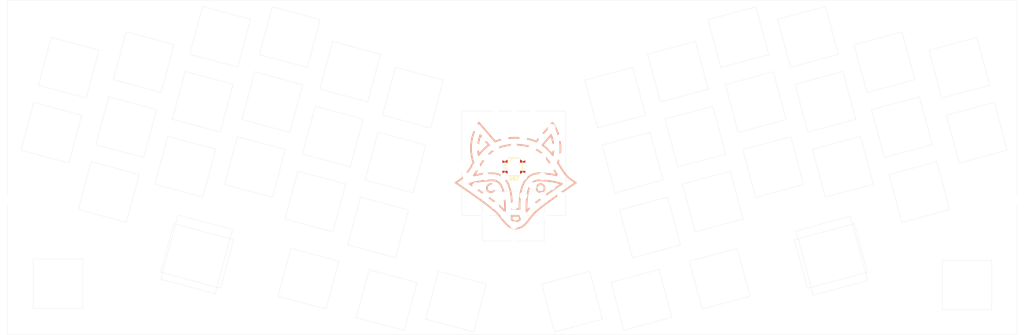
<source format=kicad_pcb>
(kicad_pcb (version 20211014) (generator pcbnew)
  (layers (0 "F.Cu" signal) (31 "B.Cu" signal) (34 "B.Paste" user) (35 "F.Paste" user) (36 "B.SilkS" user "B.Silkscreen") (37 "F.SilkS" user "F.Silkscreen") (38 "B.Mask" user) (39 "F.Mask" user) (44 "Edge.Cuts" user))
  (net 0 "")
  (footprint "_reviung-kbd:HOLE_2.2mm" (layer "F.Cu") (at 148.32 63.5)
    (fp_text reference "Ref**")
    (fp_text value "Val**")
    (pad "" np_thru_hole circle locked (at 0 0) (size 2.2 2.2) (drill 2.2) (layers *.Cu *.Mask))
  )
  (footprint "_reviung-kbd:HOLE_2.2mm" (layer "F.Cu") (at 143 63.5)
    (fp_text reference "Ref**")
    (fp_text value "Val**")
    (pad "" np_thru_hole circle locked (at 0 0) (size 2.2 2.2) (drill 2.2) (layers *.Cu *.Mask))
  )
  (footprint "_reviung-kbd:HOLE_2.2mm" (layer "F.Cu") (at 127.05 74.5)
    (fp_text reference "Ref**")
    (fp_text value "Val**")
    (pad "" np_thru_hole circle locked (at 0 0) (size 2.2 2.2) (drill 2.2) (layers *.Cu *.Mask))
  )
  (footprint "_reviung-kbd:HOLE_2.2mm" (layer "F.Cu") (at 140.36 82.75)
    (fp_text reference "Ref**")
    (fp_text value "Val**")
    (pad "" np_thru_hole circle locked (at 0 0) (size 2.2 2.2) (drill 2.2) (layers *.Cu *.Mask))
  )
  (footprint "MountingHole:MountingHole_2.5mm" (layer "F.Cu") (at 19.846634 49.804179)
    (fp_text reference "" (at 0 -3.5) (layer "F.SilkS"))
    (fp_text value "")
    (pad "" np_thru_hole circle locked (at 0 0) (size 2.5 2.5) (drill 2.5) (layers *.Cu *.Mask))
  )
  (footprint "_reviung-kbd:HOLE_2.2mm" (layer "F.Cu") (at 137.69 74.5)
    (fp_text reference "Ref**")
    (fp_text value "Val**")
    (pad "" np_thru_hole circle locked (at 0 0) (size 2.2 2.2) (drill 2.2) (layers *.Cu *.Mask))
  )
  (footprint "_reviung-kbd:HOLE_2.2mm" (layer "F.Cu") (at 143 69)
    (fp_text reference "Ref**")
    (fp_text value "Val**")
    (pad "" np_thru_hole circle locked (at 0 0) (size 2.2 2.2) (drill 2.2) (layers *.Cu *.Mask))
  )
  (footprint "_reviung-kbd:HOLE_2.2mm" (layer "F.Cu") (at 132.37 80)
    (fp_text reference "Ref**")
    (fp_text value "Val**")
    (pad "" np_thru_hole circle locked (at 0 0) (size 2.2 2.2) (drill 2.2) (layers *.Cu *.Mask))
  )
  (footprint "_reviung-kbd:HOLE_2.2mm" (layer "F.Cu") (at 143.01 80.01)
    (fp_text reference "Ref**")
    (fp_text value "Val**")
    (pad "" np_thru_hole circle locked (at 0 0) (size 2.2 2.2) (drill 2.2) (layers *.Cu *.Mask))
  )
  (footprint "_reviung-kbd:HOLE_2.2mm" (layer "F.Cu") (at 145.68 77.25)
    (fp_text reference "Ref**")
    (fp_text value "Val**")
    (pad "" np_thru_hole circle locked (at 0 0) (size 2.2 2.2) (drill 2.2) (layers *.Cu *.Mask))
  )
  (footprint "_reviung-kbd:HOLE_2.2mm" (layer "F.Cu") (at 124.37 71.75)
    (fp_text reference "Ref**")
    (fp_text value "Val**")
    (pad "" np_thru_hole circle locked (at 0 0) (size 2.2 2.2) (drill 2.2) (layers *.Cu *.Mask))
  )
  (footprint "_reviung-kbd:HOLE_2.2mm" (layer "F.Cu") (at 127.05 58)
    (fp_text reference "Ref**")
    (fp_text value "Val**")
    (pad "" np_thru_hole circle locked (at 0 0) (size 2.2 2.2) (drill 2.2) (layers *.Cu *.Mask))
  )
  (footprint "_reviung-kbd:HOLE_2.2mm" (layer "F.Cu") (at 135.01 71.75)
    (fp_text reference "Ref**")
    (fp_text value "Val**")
    (pad "" np_thru_hole circle locked (at 0 0) (size 2.2 2.2) (drill 2.2) (layers *.Cu *.Mask))
  )
  (footprint "_reviung-kbd:HOLE_2.2mm" (layer "F.Cu") (at 148.33 74.5)
    (fp_text reference "Ref**")
    (fp_text value "Val**")
    (pad "" np_thru_hole circle locked (at 0 0) (size 2.2 2.2) (drill 2.2) (layers *.Cu *.Mask))
  )
  (footprint "_reviung-kbd:HOLE_2.2mm" (layer "F.Cu") (at 150.99 77.24)
    (fp_text reference "Ref**")
    (fp_text value "Val**")
    (pad "" np_thru_hole circle locked (at 0 0) (size 2.2 2.2) (drill 2.2) (layers *.Cu *.Mask))
  )
  (footprint "_reviung-kbd:HOLE_2.2mm" (layer "F.Cu") (at 124.37 60.74)
    (fp_text reference "Ref**")
    (fp_text value "Val**")
    (pad "" np_thru_hole circle locked (at 0 0) (size 2.2 2.2) (drill 2.2) (layers *.Cu *.Mask))
  )
  (footprint "_reviung-kbd:HOLE_2.2mm" (layer "F.Cu") (at 135.02 66.24)
    (fp_text reference "Ref**")
    (fp_text value "Val**")
    (pad "" np_thru_hole circle locked (at 0 0) (size 2.2 2.2) (drill 2.2) (layers *.Cu *.Mask))
  )
  (footprint "_reviung-kbd:HOLE_2.2mm" (layer "F.Cu") (at 150.99 66.24)
    (fp_text reference "Ref**")
    (fp_text value "Val**")
    (pad "" np_thru_hole circle locked (at 0 0) (size 2.2 2.2) (drill 2.2) (layers *.Cu *.Mask))
  )
  (footprint "_reviung-kbd:HOLE_2.2mm" (layer "F.Cu") (at 148.33 80)
    (fp_text reference "Ref**")
    (fp_text value "Val**")
    (pad "" np_thru_hole circle locked (at 0 0) (size 2.2 2.2) (drill 2.2) (layers *.Cu *.Mask))
  )
  (footprint "_reviung-kbd:HOLE_2.2mm" (layer "F.Cu") (at 132.37 63.5)
    (fp_text reference "Ref**")
    (fp_text value "Val**")
    (pad "" np_thru_hole circle locked (at 0 0) (size 2.2 2.2) (drill 2.2) (layers *.Cu *.Mask))
  )
  (footprint "_reviung-kbd:HOLE_2.2mm" (layer "F.Cu") (at 124.37 77.25)
    (fp_text reference "Ref**")
    (fp_text value "Val**")
    (pad "" np_thru_hole circle locked (at 0 0) (size 2.2 2.2) (drill 2.2) (layers *.Cu *.Mask))
  )
  (footprint "_reviung-kbd:HOLE_2.2mm" (layer "F.Cu") (at 132.37 52.5)
    (fp_text reference "Ref**")
    (fp_text value "Val**")
    (pad "" np_thru_hole circle locked (at 0 0) (size 2.2 2.2) (drill 2.2) (layers *.Cu *.Mask))
  )
  (footprint "_reviung-kbd:HOLE_2.2mm" (layer "F.Cu") (at 135.01 88.25)
    (fp_text reference "Ref**")
    (fp_text value "Val**")
    (pad "" np_thru_hole circle locked (at 0 0) (size 2.2 2.2) (drill 2.2) (layers *.Cu *.Mask))
  )
  (footprint "MountingHole:MountingHole_2.5mm" (layer "F.Cu") (at -4.353362 78.40418)
    (fp_text reference "" (at 0 -3.5) (layer "F.SilkS"))
    (fp_text value "")
    (pad "" np_thru_hole oval locked (at 0 0) (size 6 2.5) (drill oval 6 2.5) (layers F&B.Cu *.Mask))
  )
  (footprint "MountingHole:MountingHole_2.5mm" (layer "F.Cu") (at 122.846634 68.904181)
    (fp_text reference "" (at 0 -3.5) (layer "F.SilkS"))
    (fp_text value "")
    (pad "" np_thru_hole oval locked (at 0 0) (size 4 2.5) (drill oval 4 2.5) (layers F&B.Cu *.Mask))
  )
  (footprint "_reviung-kbd:HOLE_2.2mm" (layer "F.Cu") (at 145.68 82.75)
    (fp_text reference "Ref**")
    (fp_text value "Val**")
    (pad "" np_thru_hole circle locked (at 0 0) (size 2.2 2.2) (drill 2.2) (layers *.Cu *.Mask))
  )
  (footprint "_reviung-kbd:HOLE_2.2mm" (layer "F.Cu") (at 143.01 52.5)
    (fp_text reference "Ref**")
    (fp_text value "Val**")
    (pad "" np_thru_hole circle locked (at 0 0) (size 2.2 2.2) (drill 2.2) (layers *.Cu *.Mask))
  )
  (footprint "_reviung-kbd:HOLE_2.2mm" (layer "F.Cu") (at 132.37 85.5)
    (fp_text reference "Ref**")
    (fp_text value "Val**")
    (pad "" np_thru_hole circle locked (at 0 0) (size 2.2 2.2) (drill 2.2) (layers *.Cu *.Mask))
  )
  (footprint "MountingHole:MountingHole_2.5mm" (layer "F.Cu") (at 278.646636 78.404178)
    (fp_text reference "" (at 0 -3.5) (layer "F.SilkS"))
    (fp_text value "")
    (pad "" np_thru_hole oval locked (at 0 0) (size 6 2.5) (drill oval 6 2.5) (layers F&B.Cu *.Mask))
  )
  (footprint "_reviung-kbd:HOLE_2.2mm" (layer "F.Cu") (at 140.35 71.74)
    (fp_text reference "Ref**")
    (fp_text value "Val**")
    (pad "" np_thru_hole circle locked (at 0 0) (size 2.2 2.2) (drill 2.2) (layers *.Cu *.Mask))
  )
  (footprint "_reviung-kbd:HOLE_2.2mm" (layer "F.Cu") (at 137.68 85.51)
    (fp_text reference "Ref**")
    (fp_text value "Val**")
    (pad "" np_thru_hole circle locked (at 0 0) (size 2.2 2.2) (drill 2.2) (layers *.Cu *.Mask))
  )
  (footprint "_reviung-kbd:HOLE_2.2mm" (layer "F.Cu") (at 129.67 77.25)
    (fp_text reference "Ref**")
    (fp_text value "Val**")
    (pad "" np_thru_hole circle locked (at 0 0) (size 2.2 2.2) (drill 2.2) (layers *.Cu *.Mask))
  )
  (footprint "_reviung-kbd:HOLE_2.2mm" (layer "F.Cu") (at 148.32 69)
    (fp_text reference "Ref**")
    (fp_text value "Val**")
    (pad "" np_thru_hole circle locked (at 0 0) (size 2.2 2.2) (drill 2.2) (layers *.Cu *.Mask))
  )
  (footprint "_reviung-kbd:HOLE_2.2mm" (layer "F.Cu") (at 137.68 63.5)
    (fp_text reference "Ref**")
    (fp_text value "Val**")
    (pad "" np_thru_hole circle locked (at 0 0) (size 2.2 2.2) (drill 2.2) (layers *.Cu *.Mask))
  )
  (footprint "_reviung-kbd:HOLE_2.2mm" (layer "F.Cu") (at 150.99 60.74)
    (fp_text reference "Ref**")
    (fp_text value "Val**")
    (pad "" np_thru_hole circle locked (at 0 0) (size 2.2 2.2) (drill 2.2) (layers *.Cu *.Mask))
  )
  (footprint "_reviung-kbd:HOLE_2.2mm" (layer "F.Cu") (at 135.01 77.25)
    (fp_text reference "Ref**")
    (fp_text value "Val**")
    (pad "" np_thru_hole circle locked (at 0 0) (size 2.2 2.2) (drill 2.2) (layers *.Cu *.Mask))
  )
  (footprint "_reviung-kbd:HOLE_2.2mm" (layer "F.Cu") (at 129.69 60.74)
    (fp_text reference "Ref**")
    (fp_text value "Val**")
    (pad "" np_thru_hole circle locked (at 0 0) (size 2.2 2.2) (drill 2.2) (layers *.Cu *.Mask))
  )
  (footprint "_reviung-kbd:HOLE_2.2mm" (layer "F.Cu") (at 137.68 46.99)
    (fp_text reference "Ref**")
    (fp_text value "Val**")
    (pad "" np_thru_hole circle locked (at 0 0) (size 2.2 2.2) (drill 2.2) (layers *.Cu *.Mask))
  )
  (footprint "_reviung-kbd:HOLE_2.2mm" (layer "F.Cu") (at 145.67 60.74)
    (fp_text reference "Ref**")
    (fp_text value "Val**")
    (pad "" np_thru_hole circle locked (at 0 0) (size 2.2 2.2) (drill 2.2) (layers *.Cu *.Mask))
  )
  (footprint "_reviung-kbd:HOLE_2.2mm" (layer "F.Cu") (at 127.05 63.5)
    (fp_text reference "Ref**")
    (fp_text value "Val**")
    (pad "" np_thru_hole circle locked (at 0 0) (size 2.2 2.2) (drill 2.2) (layers *.Cu *.Mask))
  )
  (footprint "_reviung-kbd:HOLE_2.2mm" (layer "F.Cu") (at 150.99 71.74)
    (fp_text reference "Ref**")
    (fp_text value "Val**")
    (pad "" np_thru_hole circle locked (at 0 0) (size 2.2 2.2) (drill 2.2) (layers *.Cu *.Mask))
  )
  (footprint "_reviung-kbd:HOLE_2.2mm" (layer "F.Cu") (at 135.01 82.75)
    (fp_text reference "Ref**")
    (fp_text value "Val**")
    (pad "" np_thru_hole circle locked (at 0 0) (size 2.2 2.2) (drill 2.2) (layers *.Cu *.Mask))
  )
  (footprint "_reviung-kbd:HOLE_2.2mm" (layer "F.Cu") (at 127.05 80)
    (fp_text reference "Ref**")
    (fp_text value "Val**")
    (pad "" np_thru_hole circle locked (at 0 0) (size 2.2 2.2) (drill 2.2) (layers *.Cu *.Mask))
  )
  (footprint "_reviung-kbd:HOLE_2.2mm" (layer "F.Cu") (at 137.69 58)
    (fp_text reference "Ref**")
    (fp_text value "Val**")
    (pad "" np_thru_hole circle locked (at 0 0) (size 2.2 2.2) (drill 2.2) (layers *.Cu *.Mask))
  )
  (footprint "_reviung-kbd:HOLE_2.2mm" (layer "F.Cu") (at 135.01 49.74)
    (fp_text reference "Ref**")
    (fp_text value "Val**")
    (pad "" np_thru_hole circle locked (at 0 0) (size 2.2 2.2) (drill 2.2) (layers *.Cu *.Mask))
  )
  (footprint "_reviung-kbd:HOLE_2.2mm" (layer "F.Cu") (at 135.01 55.24)
    (fp_text reference "Ref**")
    (fp_text value "Val**")
    (pad "" np_thru_hole circle locked (at 0 0) (size 2.2 2.2) (drill 2.2) (layers *.Cu *.Mask))
  )
  (footprint "_reviung-kbd:HOLE_2.2mm" (layer "F.Cu") (at 132.37 58)
    (fp_text reference "Ref**")
    (fp_text value "Val**")
    (pad "" np_thru_hole circle locked (at 0 0) (size 2.2 2.2) (drill 2.2) (layers *.Cu *.Mask))
  )
  (footprint "_reviung-kbd:HOLE_2.2mm" (layer "F.Cu") (at 145.67 55.24)
    (fp_text reference "Ref**")
    (fp_text value "Val**")
    (pad "" np_thru_hole circle locked (at 0 0) (size 2.2 2.2) (drill 2.2) (layers *.Cu *.Mask))
  )
  (footprint "Keebio-Parts:WS2812B" (layer "F.Cu") (at 137.646634 69.004181 180)
    (fp_text reference "D57" (at -0.06 -3.41) (layer "F.SilkS") (effects (font (thickness 0.2))))
    (fp_text value "WS2812B" hide)
    (pad "1" smd rect locked (at -2.49936 -1.6002 270) (size 0.89916 1.50114) (layers "F.Cu" "F.Paste" "F.Mask"))
    (pad "2" smd rect locked (at -2.49936 1.6002 270) (size 0.89916 1.50114) (layers "F.Cu" "F.Paste" "F.Mask"))
    (pad "3" smd rect locked (at 2.49936 1.6002 270) (size 0.89916 1.50114) (layers "F.Cu" "F.Paste" "F.Mask"))
    (pad "4" smd rect locked (at 2.49936 -1.6002 270) (size 0.89916 1.50114) (layers "F.Cu" "F.Paste" "F.Mask"))
  )
  (footprint "_reviung-kbd:HOLE_2.2mm" (layer "F.Cu") (at 129.67 82.75)
    (fp_text reference "Ref**")
    (fp_text value "Val**")
    (pad "" np_thru_hole circle locked (at 0 0) (size 2.2 2.2) (drill 2.2) (layers *.Cu *.Mask))
  )
  (footprint "_reviung-kbd:HOLE_2.2mm" (layer "F.Cu") (at 129.7 66.24)
    (fp_text reference "Ref**")
    (fp_text value "Val**")
    (pad "" np_thru_hole circle locked (at 0 0) (size 2.2 2.2) (drill 2.2) (layers *.Cu *.Mask))
  )
  (footprint "_reviung-kbd:HOLE_2.2mm" (layer "F.Cu") (at 140.35 60.74)
    (fp_text reference "Ref**")
    (fp_text value "Val**")
    (pad "" np_thru_hole circle locked (at 0 0) (size 2.2 2.2) (drill 2.2) (layers *.Cu *.Mask))
  )
  (footprint "_reviung-kbd:HOLE_2.2mm" (layer "F.Cu") (at 143.01 85.51)
    (fp_text reference "Ref**")
    (fp_text value "Val**")
    (pad "" np_thru_hole circle locked (at 0 0) (size 2.2 2.2) (drill 2.2) (layers *.Cu *.Mask))
  )
  (footprint "_reviung-kbd:HOLE_2.2mm" (layer "F.Cu") (at 143 58)
    (fp_text reference "Ref**")
    (fp_text value "Val**")
    (pad "" np_thru_hole circle locked (at 0 0) (size 2.2 2.2) (drill 2.2) (layers *.Cu *.Mask))
  )
  (footprint "_reviung-kbd:HOLE_2.2mm" (layer "F.Cu") (at 127.05 69)
    (fp_text reference "Ref**")
    (fp_text value "Val**")
    (pad "" np_thru_hole circle locked (at 0 0) (size 2.2 2.2) (drill 2.2) (layers *.Cu *.Mask))
  )
  (footprint "_reviung-kbd:HOLE_2.2mm" (layer "F.Cu") (at 137.69 52.5)
    (fp_text reference "Ref**")
    (fp_text value "Val**")
    (pad "" np_thru_hole circle locked (at 0 0) (size 2.2 2.2) (drill 2.2) (layers *.Cu *.Mask))
  )
  (footprint "_reviung-kbd:HOLE_2.2mm" (layer "F.Cu") (at 124.38 66.24)
    (fp_text reference "Ref**")
    (fp_text value "Val**")
    (pad "" np_thru_hole circle locked (at 0 0) (size 2.2 2.2) (drill 2.2) (layers *.Cu *.Mask))
  )
  (footprint "_reviung-kbd:HOLE_2.2mm" (layer "F.Cu") (at 143.01 74.5)
    (fp_text reference "Ref**")
    (fp_text value "Val**")
    (pad "" np_thru_hole circle locked (at 0 0) (size 2.2 2.2) (drill 2.2) (layers *.Cu *.Mask))
  )
  (footprint "_reviung-kbd:HOLE_2.2mm" (layer "F.Cu") (at 132.37 69)
    (fp_text reference "Ref**")
    (fp_text value "Val**")
    (pad "" np_thru_hole circle locked (at 0 0) (size 2.2 2.2) (drill 2.2) (layers *.Cu *.Mask))
  )
  (footprint "_reviung-kbd:HOLE_2.2mm" (layer "F.Cu") (at 132.37 74.5)
    (fp_text reference "Ref**")
    (fp_text value "Val**")
    (pad "" np_thru_hole circle locked (at 0 0) (size 2.2 2.2) (drill 2.2) (layers *.Cu *.Mask))
  )
  (footprint "_reviung-kbd:HOLE_2.2mm" (layer "F.Cu") (at 137.68 80.01)
    (fp_text reference "Ref**")
    (fp_text value "Val**")
    (pad "" np_thru_hole circle locked (at 0 0) (size 2.2 2.2) (drill 2.2) (layers *.Cu *.Mask))
  )
  (footprint "_reviung-kbd:HOLE_2.2mm" (layer "F.Cu") (at 135.01 60.74)
    (fp_text reference "Ref**")
    (fp_text value "Val**")
    (pad "" np_thru_hole circle locked (at 0 0) (size 2.2 2.2) (drill 2.2) (layers *.Cu *.Mask))
  )
  (footprint "_reviung-kbd:HOLE_2.2mm" (layer "F.Cu") (at 145.67 66.24)
    (fp_text reference "Ref**")
    (fp_text value "Val**")
    (pad "" np_thru_hole circle locked (at 0 0) (size 2.2 2.2) (drill 2.2) (layers *.Cu *.Mask))
  )
  (footprint "_reviung-kbd:HOLE_2.2mm" (layer "F.Cu") (at 129.69 71.75)
    (fp_text reference "Ref**")
    (fp_text value "Val**")
    (pad "" np_thru_hole circle locked (at 0 0) (size 2.2 2.2) (drill 2.2) (layers *.Cu *.Mask))
  )
  (footprint "MountingHole:MountingHole_2.5mm" (layer "F.Cu") (at 254.696636 49.804184)
    (fp_text reference "" (at 0 -3.5) (layer "F.SilkS"))
    (fp_text value "")
    (pad "" np_thru_hole oval locked (at 0 0) (size 4 2.5) (drill oval 4 2.5) (layers F&B.Cu *.Mask))
  )
  (footprint "_reviung-kbd:HOLE_2.2mm" (layer "F.Cu") (at 140.36 88.25)
    (fp_text reference "Ref**")
    (fp_text value "Val**")
    (pad "" np_thru_hole circle locked (at 0 0) (size 2.2 2.2) (drill 2.2) (layers *.Cu *.Mask))
  )
  (footprint "_reviung-kbd:HOLE_2.2mm" (layer "F.Cu") (at 140.35 49.74)
    (fp_text reference "Ref**")
    (fp_text value "Val**")
    (pad "" np_thru_hole circle locked (at 0 0) (size 2.2 2.2) (drill 2.2) (layers *.Cu *.Mask))
  )
  (footprint "_reviung-kbd:HOLE_2.2mm" (layer "F.Cu") (at 129.69 55.24)
    (fp_text reference "Ref**")
    (fp_text value "Val**")
    (pad "" np_thru_hole circle locked (at 0 0) (size 2.2 2.2) (drill 2.2) (layers *.Cu *.Mask))
  )
  (footprint "_reviung-kbd:HOLE_2.2mm" (layer "F.Cu") (at 137.68 91.01)
    (fp_text reference "Ref**")
    (fp_text value "Val**")
    (pad "" np_thru_hole circle locked (at 0 0) (size 2.2 2.2) (drill 2.2) (layers *.Cu *.Mask))
  )
  (footprint "_reviung-kbd:HOLE_2.2mm" (layer "F.Cu") (at 140.35 55.24)
    (fp_text reference "Ref**")
    (fp_text value "Val**")
    (pad "" np_thru_hole circle locked (at 0 0) (size 2.2 2.2) (drill 2.2) (layers *.Cu *.Mask))
  )
  (footprint "_reviung-kbd:HOLE_2.2mm" (layer "F.Cu") (at 145.67 71.74)
    (fp_text reference "Ref**")
    (fp_text value "Val**")
    (pad "" np_thru_hole circle locked (at 0 0) (size 2.2 2.2) (drill 2.2) (layers *.Cu *.Mask))
  )
  (footprint "_reviung-kbd:HOLE_2.2mm" (layer "F.Cu") (at 148.32 58)
    (fp_text reference "Ref**")
    (fp_text value "Val**")
    (pad "" np_thru_hole circle locked (at 0 0) (size 2.2 2.2) (drill 2.2) (layers *.Cu *.Mask))
  )
  (footprint "MountingHole:MountingHole_2.5mm" (layer "F.Cu") (at 185.146635 107.104177)
    (fp_text reference "" (at 0 -3.5) (layer "F.SilkS"))
    (fp_text value "")
    (pad "" np_thru_hole oval locked (at 0 0) (size 4 2.5) (drill oval 4 2.5) (layers F&B.Cu *.Mask))
  )
  (footprint "_reviung-kbd:HOLE_2.2mm" (layer "F.Cu") (at 140.35 66.24)
    (fp_text reference "Ref**")
    (fp_text value "Val**")
    (pad "" np_thru_hole circle locked (at 0 0) (size 2.2 2.2) (drill 2.2) (layers *.Cu *.Mask))
  )
  (footprint "_reviung-kbd:HOLE_2.2mm" (layer "F.Cu") (at 140.36 77.25)
    (fp_text reference "Ref**")
    (fp_text value "Val**")
    (pad "" np_thru_hole circle locked (at 0 0) (size 2.2 2.2) (drill 2.2) (layers *.Cu *.Mask))
  )
  (gr_line (start 135.129354 81.641491) (end 135.129354 81.641491) (layer "B.SilkS") (width 0.5))
  (gr_curve (pts (xy 130.037779 75.054486) (xy 130.03778 75.68717) (xy 130.544461 76.200076) (xy 131.169205 76.200065)) (layer "B.SilkS") (width 0.5))
  (gr_line (start 155.114922 73.520436) (end 153.881372 72.708561) (layer "B.SilkS") (width 0.5))
  (gr_curve (pts (xy 144.727975 70.862631) (xy 143.395935 70.862618) (xy 142.276869 71.323535) (xy 141.401961 72.232575)) (layer "B.SilkS") (width 0.5))
  (gr_curve (pts (xy 145.194569 76.200068) (xy 145.818457 76.200056) (xy 146.325207 75.687171) (xy 146.325194 75.054484)) (layer "B.SilkS") (width 0.5))
  (gr_line (start 122.48159 72.695211) (end 121.248164 73.507147) (layer "B.SilkS") (width 0.5))
  (gr_curve (pts (xy 150.451905 68.483422) (xy 150.33119 68.285181) (xy 150.209941 68.086356) (xy 150.087437 67.887255)) (layer "B.SilkS") (width 0.5))
  (gr_curve (pts (xy 138.181519 60.818378) (xy 135.961794 60.818384) (xy 134.045812 61.173259) (xy 132.390389 61.896169)) (layer "B.SilkS") (width 0.5))
  (gr_curve (pts (xy 142.826151 73.603506) (xy 143.32092 73.089425) (xy 143.942885 72.83959) (xy 144.727846 72.839601)) (layer "B.SilkS") (width 0.5))
  (gr_line (start 139.242692 80.889737) (end 137.12041 80.889737) (layer "B.SilkS") (width 0.5))
  (gr_line (start 131.169194 73.908907) (end 131.169194 73.908907) (layer "B.SilkS") (width 0.5))
  (gr_curve (pts (xy 137.059488 83.095832) (xy 137.062403 83.020698) (xy 137.065312 82.944091) (xy 137.068221 82.866578)) (layer "B.SilkS") (width 0.5))
  (gr_line (start 145.739411 62.873734) (end 148.1714 60.04719) (layer "B.SilkS") (width 0.5))
  (gr_line (start 121.248164 73.507147) (end 122.468817 74.338071) (layer "B.SilkS") (width 0.5))
  (gr_curve (pts (xy 146.366413 63.337483) (xy 146.162615 63.174829) (xy 145.953522 63.020375) (xy 145.739411 62.873734)) (layer "B.SilkS") (width 0.5))
  (gr_curve (pts (xy 131.635198 70.862624) (xy 129.63634 70.862621) (xy 127.826195 71.131706) (xy 126.360669 71.460122)) (layer "B.SilkS") (width 0.5))
  (gr_curve (pts (xy 143.972656 61.896164) (xy 142.317226 61.173188) (xy 140.401303 60.818382) (xy 138.181519 60.818378)) (layer "B.SilkS") (width 0.5))
  (gr_curve (pts (xy 127.799803 61.398815) (xy 127.914367 60.884662) (xy 128.054728 60.429833) (xy 128.192852 60.048583)) (layer "B.SilkS") (width 0.5))
  (gr_curve (pts (xy 135.129354 81.641491) (xy 134.843075 81.294025) (xy 134.529415 80.937366) (xy 134.176123 80.584072)) (layer "B.SilkS") (width 0.5))
  (gr_curve (pts (xy 150.002515 71.460123) (xy 148.536983 71.131709) (xy 146.726832 70.86263) (xy 144.727975 70.862631)) (layer "B.SilkS") (width 0.5))
  (gr_line (start 128.192852 60.048583) (end 130.623633 62.873856) (layer "B.SilkS") (width 0.5))
  (gr_curve (pts (xy 127.090646 57.716338) (xy 126.973437 57.908095) (xy 124.317026 62.355542) (xy 126.27553 67.887186)) (layer "B.SilkS") (width 0.5))
  (gr_curve (pts (xy 146.325194 75.054484) (xy 146.325201 74.421731) (xy 145.818518 73.908912) (xy 145.194574 73.908906)) (layer "B.SilkS") (width 0.5))
  (gr_curve (pts (xy 144.727846 72.839601) (xy 147.3758 72.839589) (xy 149.69321 73.368102) (xy 151.183879 73.816961)) (layer "B.SilkS") (width 0.5))
  (gr_curve (pts (xy 125.911051 68.470079) (xy 124.88208 70.159379) (xy 123.91014 71.754949) (xy 122.48159 72.695211)) (layer "B.SilkS") (width 0.5))
  (gr_curve (pts (xy 145.133517 64.882843) (xy 146.710241 66.140805) (xy 147.754156 67.854588) (xy 148.763668 69.511865)) (layer "B.SilkS") (width 0.5))
  (gr_curve (pts (xy 129.996705 63.337556) (xy 129.09646 64.055755) (xy 128.36548 64.866364) (xy 127.725256 65.717076)) (layer "B.SilkS") (width 0.5))
  (gr_line (start 145.194574 73.908906) (end 145.194574 73.908906) (layer "B.SilkS") (width 0.5))
  (gr_curve (pts (xy 141.401961 72.232575) (xy 139.492739 74.216081) (xy 139.215906 77.892676) (xy 139.242692 80.889737)) (layer "B.SilkS") (width 0.5))
  (gr_curve (pts (xy 134.96121 72.232574) (xy 134.0863 71.323532) (xy 132.967311 70.862622) (xy 131.635198 70.862624)) (layer "B.SilkS") (width 0.5))
  (gr_curve (pts (xy 148.1714 60.04719) (xy 148.621853 61.29192) (xy 149.094863 63.330004) (xy 148.635139 65.713499)) (layer "B.SilkS") (width 0.5))
  (gr_curve (pts (xy 143.584774 81.98207) (xy 145.48389 80.082953) (xy 153.810267 74.40845) (xy 153.894199 74.351353)) (layer "B.SilkS") (width 0.5))
  (gr_curve (pts (xy 142.043111 83.809148) (xy 142.505673 83.206301) (xy 142.983908 82.582936) (xy 143.584774 81.98207)) (layer "B.SilkS") (width 0.5))
  (gr_curve (pts (xy 138.181529 84.481653) (xy 137.752897 84.481662) (xy 137.402719 84.303859) (xy 137.029855 83.956599)) (layer "B.SilkS") (width 0.5))
  (gr_line (start 149.27233 57.716407) (end 148.564503 56.55918) (layer "B.SilkS") (width 0.5))
  (gr_curve (pts (xy 134.319927 83.809162) (xy 135.3653 85.171623) (xy 136.352716 86.458625) (xy 138.181523 86.458617)) (layer "B.SilkS") (width 0.5))
  (gr_curve (pts (xy 126.360669 71.460122) (xy 126.79835 70.825981) (xy 127.201639 70.165117) (xy 127.599505 69.511862)) (layer "B.SilkS") (width 0.5))
  (gr_curve (pts (xy 137.029855 83.956599) (xy 137.036199 83.706231) (xy 137.047259 83.415512) (xy 137.059488 83.095832)) (layer "B.SilkS") (width 0.5))
  (gr_curve (pts (xy 148.763668 69.511865) (xy 149.161525 70.165061) (xy 149.564825 70.825979) (xy 150.002515 71.460123)) (layer "B.SilkS") (width 0.5))
  (gr_line (start 127.798477 56.559118) (end 127.090646 57.716338) (layer "B.SilkS") (width 0.5))
  (gr_curve (pts (xy 138.181588 62.79522) (xy 141.098746 62.79521) (xy 143.372711 63.478038) (xy 145.133517 64.882843)) (layer "B.SilkS") (width 0.5))
  (gr_curve (pts (xy 144.06314 75.054483) (xy 144.063138 75.687174) (xy 144.56982 76.200065) (xy 145.194569 76.200068)) (layer "B.SilkS") (width 0.5))
  (gr_curve (pts (xy 151.183879 73.816961) (xy 148.607503 75.604752) (xy 143.693324 79.077676) (xy 142.186917 80.584148)) (layer "B.SilkS") (width 0.5))
  (gr_line (start 137.068221 82.866578) (end 139.29489 82.866579) (layer "B.SilkS") (width 0.5))
  (gr_curve (pts (xy 130.623633 62.873856) (xy 130.409527 63.020517) (xy 130.200503 63.174964) (xy 129.996705 63.337556)) (layer "B.SilkS") (width 0.5))
  (gr_curve (pts (xy 132.299829 75.054483) (xy 132.299764 74.421739) (xy 131.793092 73.908902) (xy 131.169194 73.908907)) (layer "B.SilkS") (width 0.5))
  (gr_curve (pts (xy 127.599505 69.511862) (xy 128.609033 67.854507) (xy 129.652948 66.14081) (xy 131.229658 64.882845)) (layer "B.SilkS") (width 0.5))
  (gr_curve (pts (xy 141.233626 81.641555) (xy 141.16966 78.938834) (xy 141.278802 75.211118) (xy 142.826151 73.603506)) (layer "B.SilkS") (width 0.5))
  (gr_curve (pts (xy 125.17686 73.815371) (xy 126.663291 73.366908) (xy 128.976407 72.83953) (xy 131.635143 72.839531)) (layer "B.SilkS") (width 0.5))
  (gr_curve (pts (xy 126.27553 67.887186) (xy 126.153032 68.086291) (xy 126.031789 68.28519) (xy 125.911073 68.483359)) (layer "B.SilkS") (width 0.5))
  (gr_line (start 132.390389 61.896169) (end 127.798477 56.559118) (layer "B.SilkS") (width 0.5))
  (gr_line (start 142.186917 80.584148) (end 142.186917 80.584148) (layer "B.SilkS") (width 0.5))
  (gr_curve (pts (xy 139.29489 82.866579) (xy 139.297802 82.944097) (xy 139.300776 83.020695) (xy 139.303619 83.095829)) (layer "B.SilkS") (width 0.5))
  (gr_curve (pts (xy 139.303619 83.095829) (xy 139.31579 83.415522) (xy 139.326908 83.706226) (xy 139.333256 83.956591)) (layer "B.SilkS") (width 0.5))
  (gr_curve (pts (xy 139.333256 83.956591) (xy 138.960327 84.303784) (xy 138.610142 84.481664) (xy 138.181529 84.481653)) (layer "B.SilkS") (width 0.5))
  (gr_line (start 127.799803 61.398815) (end 127.799803 61.398815) (layer "B.SilkS") (width 0.5))
  (gr_curve (pts (xy 131.169205 76.200065) (xy 131.793088 76.200065) (xy 132.299832 75.687169) (xy 132.299829 75.054483)) (layer "B.SilkS") (width 0.5))
  (gr_curve (pts (xy 150.087437 67.887255) (xy 152.045949 62.355479) (xy 149.38967 57.908172) (xy 149.27233 57.716407)) (layer "B.SilkS") (width 0.5))
  (gr_curve (pts (xy 131.169194 73.908907) (xy 130.544589 73.908907) (xy 130.037786 74.421734) (xy 130.037779 75.054486)) (layer "B.SilkS") (width 0.5))
  (gr_curve (pts (xy 127.725256 65.717076) (xy 127.450031 64.30473) (xy 127.474301 62.859044) (xy 127.799803 61.398815)) (layer "B.SilkS") (width 0.5))
  (gr_curve (pts (xy 122.468817 74.338071) (xy 122.552689 74.395227) (xy 130.879067 80.069681) (xy 132.778242 81.968799)) (layer "B.SilkS") (width 0.5))
  (gr_curve (pts (xy 153.881372 72.708561) (xy 152.452752 71.768303) (xy 151.480937 70.172661) (xy 150.451905 68.483422)) (layer "B.SilkS") (width 0.5))
  (gr_line (start 139.242692 80.889737) (end 139.242692 80.889737) (layer "B.SilkS") (width 0.5))
  (gr_line (start 153.894199 74.351353) (end 155.114922 73.520436) (layer "B.SilkS") (width 0.5))
  (gr_curve (pts (xy 145.194574 73.908906) (xy 144.56995 73.908905) (xy 144.063149 74.421738) (xy 144.06314 75.054483)) (layer "B.SilkS") (width 0.5))
  (gr_curve (pts (xy 131.229658 64.882845) (xy 132.990469 63.478105) (xy 135.264427 62.795212) (xy 138.181588 62.79522)) (layer "B.SilkS") (width 0.5))
  (gr_curve (pts (xy 132.778268 81.982078) (xy 133.379074 82.582938) (xy 133.857304 83.206304) (xy 134.319927 83.809162)) (layer "B.SilkS") (width 0.5))
  (gr_line (start 148.1714 60.04719) (end 148.1714 60.04719) (layer "B.SilkS") (width 0.5))
  (gr_curve (pts (xy 133.536826 73.603444) (xy 135.084174 75.211123) (xy 135.193311 78.938764) (xy 135.129354 81.641491)) (layer "B.SilkS") (width 0.5))
  (gr_curve (pts (xy 134.176123 80.584072) (xy 132.669259 79.077205) (xy 127.752642 75.602702) (xy 125.17686 73.815371)) (layer "B.SilkS") (width 0.5))
  (gr_curve (pts (xy 131.635143 72.839531) (xy 132.42002 72.839528) (xy 133.04206 73.089426) (xy 133.536826 73.603444)) (layer "B.SilkS") (width 0.5))
  (gr_line (start 153.881372 72.708561) (end 153.881372 72.708561) (layer "B.SilkS") (width 0.5))
  (gr_curve (pts (xy 148.635139 65.713499) (xy 147.99558 64.864057) (xy 147.265391 64.05477) (xy 146.366413 63.337483)) (layer "B.SilkS") (width 0.5))
  (gr_curve (pts (xy 137.12041 80.889737) (xy 137.147202 77.892736) (xy 136.870319 74.216155) (xy 134.96121 72.232574)) (layer "B.SilkS") (width 0.5))
  (gr_curve (pts (xy 138.181523 86.458617) (xy 140.010324 86.458624) (xy 140.997745 85.171629) (xy 142.043111 83.809148)) (layer "B.SilkS") (width 0.5))
  (gr_line (start 138.181529 84.481653) (end 138.181529 84.481653) (layer "B.SilkS") (width 0.5))
  (gr_curve (pts (xy 142.186917 80.584148) (xy 141.833632 80.937433) (xy 141.520033 81.294086) (xy 141.233626 81.641555)) (layer "B.SilkS") (width 0.5))
  (gr_line (start 148.564503 56.55918) (end 143.972656 61.896164) (layer "B.SilkS") (width 0.5))
  (gr_curve (pts (xy 153.899775 72.723342) (xy 152.471153 71.783076) (xy 151.499344 70.187447) (xy 150.470315 68.498217)) (layer "F.SilkS") (width 0.5))
  (gr_line (start 142.205334 80.598925) (end 142.205334 80.598925) (layer "F.SilkS") (width 0.5))
  (gr_curve (pts (xy 127.818204 61.413598) (xy 127.932779 60.899456) (xy 128.073137 60.444624) (xy 128.211257 60.063357)) (layer "F.SilkS") (width 0.5))
  (gr_curve (pts (xy 144.081557 75.069273) (xy 144.081556 75.701958) (xy 144.588227 76.214858) (xy 145.212975 76.214851)) (layer "F.SilkS") (width 0.5))
  (gr_curve (pts (xy 135.147757 81.656278) (xy 134.861482 81.308804) (xy 134.547821 80.952154) (xy 134.194537 80.598863)) (layer "F.SilkS") (width 0.5))
  (gr_curve (pts (xy 122.487233 74.35286) (xy 122.571108 74.410002) (xy 130.897478 80.084468) (xy 132.796652 81.983579)) (layer "F.SilkS") (width 0.5))
  (gr_line (start 122.499997 72.71) (end 121.266569 73.521936) (layer "F.SilkS") (width 0.5))
  (gr_curve (pts (xy 142.205334 80.598925) (xy 141.852042 80.952211) (xy 141.538444 81.308868) (xy 141.252034 81.656338)) (layer "F.SilkS") (width 0.5))
  (gr_curve (pts (xy 142.061526 83.823938) (xy 142.524092 83.221094) (xy 143.002321 82.597721) (xy 143.603184 81.996857)) (layer "F.SilkS") (width 0.5))
  (gr_curve (pts (xy 137.077894 83.110618) (xy 137.08081 83.035476) (xy 137.083719 82.958891) (xy 137.086632 82.881354)) (layer "F.SilkS") (width 0.5))
  (gr_curve (pts (xy 139.322032 83.110613) (xy 139.3342 83.430296) (xy 139.345318 83.72101) (xy 139.35167 83.971376)) (layer "F.SilkS") (width 0.5))
  (gr_curve (pts (xy 132.318243 75.069271) (xy 132.31818 74.436515) (xy 131.811503 73.923684) (xy 131.18761 73.923695)) (layer "F.SilkS") (width 0.5))
  (gr_curve (pts (xy 138.199936 84.496448) (xy 137.771311 84.496438) (xy 137.421138 84.318644) (xy 137.048268 83.971376)) (layer "F.SilkS") (width 0.5))
  (gr_curve (pts (xy 150.105851 67.902033) (xy 152.064363 62.370263) (xy 149.408088 57.922959) (xy 149.290738 57.731184)) (layer "F.SilkS") (width 0.5))
  (gr_curve (pts (xy 145.212979 73.923692) (xy 144.588364 73.923691) (xy 144.081552 74.436519) (xy 144.081557 75.069273)) (layer "F.SilkS") (width 0.5))
  (gr_curve (pts (xy 137.048268 83.971376) (xy 137.054614 83.721014) (xy 137.065666 83.430301) (xy 137.077894 83.110618)) (layer "F.SilkS") (width 0.5))
  (gr_line (start 155.133331 73.535218) (end 153.899775 72.723342) (layer "F.SilkS") (width 0.5))
  (gr_curve (pts (xy 130.015115 63.352336) (xy 129.114862 64.070537) (xy 128.383887 64.881157) (xy 127.743667 65.731859)) (layer "F.SilkS") (width 0.5))
  (gr_curve (pts (xy 134.338341 83.823934) (xy 135.383707 85.186415) (xy 136.371132 86.473417) (xy 138.199942 86.473406)) (layer "F.SilkS") (width 0.5))
  (gr_line (start 131.18761 73.923695) (end 131.18761 73.923695) (layer "F.SilkS") (width 0.5))
  (gr_curve (pts (xy 132.796683 81.996858) (xy 133.397483 82.597729) (xy 133.875712 83.221084) (xy 134.338341 83.823934)) (layer "F.SilkS") (width 0.5))
  (gr_curve (pts (xy 148.189812 60.061983) (xy 148.64026 61.306703) (xy 149.113274 63.344793) (xy 148.653551 65.728295)) (layer "F.SilkS") (width 0.5))
  (gr_curve (pts (xy 126.379082 71.474902) (xy 126.816759 70.840763) (xy 127.220055 70.179913) (xy 127.617924 69.526648)) (layer "F.SilkS") (width 0.5))
  (gr_line (start 145.757818 62.888519) (end 148.189812 60.061983) (layer "F.SilkS") (width 0.5))
  (gr_curve (pts (xy 138.199942 86.473406) (xy 140.02873 86.473405) (xy 141.016159 85.18641) (xy 142.061526 83.823938)) (layer "F.SilkS") (width 0.5))
  (gr_line (start 145.212979 73.923692) (end 145.212979 73.923692) (layer "F.SilkS") (width 0.5))
  (gr_curve (pts (xy 148.782076 69.526649) (xy 149.179937 70.179842) (xy 149.583227 70.840767) (xy 150.020923 71.474903)) (layer "F.SilkS") (width 0.5))
  (gr_curve (pts (xy 130.642037 62.888654) (xy 130.427931 63.035293) (xy 130.218918 63.189741) (xy 130.015115 63.352336)) (layer "F.SilkS") (width 0.5))
  (gr_curve (pts (xy 130.056192 75.069265) (xy 130.056189 75.701948) (xy 130.562862 76.21485) (xy 131.187616 76.214846)) (layer "F.SilkS") (width 0.5))
  (gr_curve (pts (xy 138.199928 60.83317) (xy 135.980217 60.833162) (xy 134.06423 61.18804) (xy 132.408798 61.910941)) (layer "F.SilkS") (width 0.5))
  (gr_line (start 128.211257 60.063357) (end 130.642037 62.888654) (layer "F.SilkS") (width 0.5))
  (gr_curve (pts (xy 131.653547 72.854315) (xy 132.438427 72.854313) (xy 133.060468 73.104208) (xy 133.555238 73.618229)) (layer "F.SilkS") (width 0.5))
  (gr_line (start 132.408798 61.910941) (end 127.816891 56.57391) (layer "F.SilkS") (width 0.5))
  (gr_line (start 148.582913 56.573974) (end 143.991073 61.910943) (layer "F.SilkS") (width 0.5))
  (gr_curve (pts (xy 133.555238 73.618229) (xy 135.102588 75.225906) (xy 135.211727 78.953553) (xy 135.147757 81.656278)) (layer "F.SilkS") (width 0.5))
  (gr_line (start 139.261109 80.904526) (end 139.261109 80.904526) (layer "F.SilkS") (width 0.5))
  (gr_curve (pts (xy 150.020923 71.474903) (xy 148.555394 71.146499) (xy 146.745247 70.877409) (xy 144.746386 70.877409)) (layer "F.SilkS") (width 0.5))
  (gr_curve (pts (xy 148.653551 65.728295) (xy 148.013992 64.878842) (xy 147.283804 64.06955) (xy 146.384824 63.352264)) (layer "F.SilkS") (width 0.5))
  (gr_curve (pts (xy 131.187616 76.214846) (xy 131.811503 76.214855) (xy 132.318243 75.701958) (xy 132.318243 75.069271)) (layer "F.SilkS") (width 0.5))
  (gr_curve (pts (xy 127.109059 57.731126) (xy 126.991849 57.922883) (xy 124.335438 62.370328) (xy 126.293951 67.901974)) (layer "F.SilkS") (width 0.5))
  (gr_line (start 148.189812 60.061983) (end 148.189812 60.061983) (layer "F.SilkS") (width 0.5))
  (gr_curve (pts (xy 134.979626 72.247355) (xy 134.104721 71.338321) (xy 132.985721 70.877406) (xy 131.653617 70.877418)) (layer "F.SilkS") (width 0.5))
  (gr_curve (pts (xy 139.313292 82.881363) (xy 139.316206 82.95888) (xy 139.319195 83.035481) (xy 139.322032 83.110613)) (layer "F.SilkS") (width 0.5))
  (gr_curve (pts (xy 145.151928 64.89764) (xy 146.728643 66.155591) (xy 147.772548 67.869369) (xy 148.782076 69.526649)) (layer "F.SilkS") (width 0.5))
  (gr_line (start 149.290738 57.731184) (end 148.582913 56.573974) (layer "F.SilkS") (width 0.5))
  (gr_curve (pts (xy 127.743667 65.731859) (xy 127.468439 64.319515) (xy 127.492712 62.873831) (xy 127.818204 61.413598)) (layer "F.SilkS") (width 0.5))
  (gr_curve (pts (xy 131.653617 70.877418) (xy 129.654754 70.877411) (xy 127.8446 71.146499) (xy 126.379082 71.474902)) (layer "F.SilkS") (width 0.5))
  (gr_curve (pts (xy 146.384824 63.352264) (xy 146.18102 63.189612) (xy 145.97194 63.035156) (xy 145.757818 62.888519)) (layer "F.SilkS") (width 0.5))
  (gr_line (start 127.816891 56.57391) (end 127.109059 57.731126) (layer "F.SilkS") (width 0.5))
  (gr_line (start 127.818204 61.413598) (end 127.818204 61.413598) (layer "F.SilkS") (width 0.5))
  (gr_line (start 139.261109 80.904526) (end 137.138823 80.904528) (layer "F.SilkS") (width 0.5))
  (gr_line (start 135.147757 81.656278) (end 135.147757 81.656278) (layer "F.SilkS") (width 0.5))
  (gr_curve (pts (xy 134.194537 80.598863) (xy 132.687669 79.092001) (xy 127.771043 75.617492) (xy 125.195264 73.830164)) (layer "F.SilkS") (width 0.5))
  (gr_curve (pts (xy 127.617924 69.526648) (xy 128.627442 67.869291) (xy 129.671357 66.155586) (xy 131.248069 64.897633)) (layer "F.SilkS") (width 0.5))
  (gr_curve (pts (xy 139.35167 83.971376) (xy 138.978734 84.31858) (xy 138.628554 84.496435) (xy 138.199936 84.496448)) (layer "F.SilkS") (width 0.5))
  (gr_line (start 137.086632 82.881354) (end 139.313292 82.881363) (layer "F.SilkS") (width 0.5))
  (gr_curve (pts (xy 125.929464 68.484866) (xy 124.9005 70.174166) (xy 123.928551 71.769728) (xy 122.499997 72.71)) (layer "F.SilkS") (width 0.5))
  (gr_curve (pts (xy 131.18761 73.923695) (xy 130.562999 73.923697) (xy 130.056199 74.436524) (xy 130.056192 75.069265)) (layer "F.SilkS") (width 0.5))
  (gr_line (start 153.899775 72.723342) (end 153.899775 72.723342) (layer "F.SilkS") (width 0.5))
  (gr_curve (pts (xy 150.470315 68.498217) (xy 150.349598 68.299976) (xy 150.228353 68.101136) (xy 150.105851 67.902033)) (layer "F.SilkS") (width 0.5))
  (gr_curve (pts (xy 126.293951 67.901974) (xy 126.171442 68.101071) (xy 126.050204 68.299974) (xy 125.929484 68.498149)) (layer "F.SilkS") (width 0.5))
  (gr_curve (pts (xy 143.991073 61.910943) (xy 142.335631 61.187972) (xy 140.419722 60.833174) (xy 138.199928 60.83317)) (layer "F.SilkS") (width 0.5))
  (gr_curve (pts (xy 145.212975 76.214851) (xy 145.836865 76.214856) (xy 146.343613 75.701953) (xy 146.343605 75.069264)) (layer "F.SilkS") (width 0.5))
  (gr_curve (pts (xy 151.20229 73.831749) (xy 148.625907 75.619532) (xy 143.711726 79.092453) (xy 142.205334 80.598925)) (layer "F.SilkS") (width 0.5))
  (gr_curve (pts (xy 125.195264 73.830164) (xy 126.681689 73.381693) (xy 128.994813 72.854313) (xy 131.653547 72.854315)) (layer "F.SilkS") (width 0.5))
  (gr_curve (pts (xy 142.844557 73.61831) (xy 143.339327 73.104213) (xy 143.961305 72.854384) (xy 144.746258 72.854378)) (layer "F.SilkS") (width 0.5))
  (gr_curve (pts (xy 138.2 62.81) (xy 141.117168 62.810001) (xy 143.391126 63.492816) (xy 145.151928 64.89764)) (layer "F.SilkS") (width 0.5))
  (gr_curve (pts (xy 143.603184 81.996857) (xy 145.502302 80.097739) (xy 153.828671 74.423225) (xy 153.91261 74.366144)) (layer "F.SilkS") (width 0.5))
  (gr_line (start 138.199936 84.496448) (end 138.199936 84.496448) (layer "F.SilkS") (width 0.5))
  (gr_curve (pts (xy 141.420369 72.247357) (xy 139.511141 74.230872) (xy 139.234325 77.907454) (xy 139.261109 80.904526)) (layer "F.SilkS") (width 0.5))
  (gr_curve (pts (xy 131.248069 64.897633) (xy 133.008874 63.492893) (xy 135.282834 62.809995) (xy 138.2 62.81)) (layer "F.SilkS") (width 0.5))
  (gr_curve (pts (xy 144.746258 72.854378) (xy 147.394201 72.854387) (xy 149.71162 73.382879) (xy 151.20229 73.831749)) (layer "F.SilkS") (width 0.5))
  (gr_curve (pts (xy 146.343605 75.069264) (xy 146.343605 74.436514) (xy 145.836941 73.92369) (xy 145.212979 73.923692)) (layer "F.SilkS") (width 0.5))
  (gr_curve (pts (xy 141.252034 81.656338) (xy 141.188067 78.953623) (xy 141.297207 75.225909) (xy 142.844557 73.61831)) (layer "F.SilkS") (width 0.5))
  (gr_curve (pts (xy 144.746386 70.877409) (xy 143.414343 70.877411) (xy 142.295291 71.338315) (xy 141.420369 72.247357)) (layer "F.SilkS") (width 0.5))
  (gr_line (start 153.91261 74.366144) (end 155.133331 73.535218) (layer "F.SilkS") (width 0.5))
  (gr_line (start 121.266569 73.521936) (end 122.487233 74.35286) (layer "F.SilkS") (width 0.5))
  (gr_curve (pts (xy 137.138823 80.904528) (xy 137.16561 77.90752) (xy 136.88873 74.230936) (xy 134.979626 72.247355)) (layer "F.SilkS") (width 0.5))
  (gr_line (start 250.820261 44.400762) (end 247.196781 30.877801) (layer "Edge.Cuts") (width 0.05))
  (gr_line (start 12.08168 67.959647) (end 15.705148 54.436682) (layer "Edge.Cuts") (width 0.05))
  (gr_line (start 212.085993 27.34476) (end 215.709473 40.867722) (layer "Edge.Cuts") (width 0.05))
  (gr_line (start 200.980332 59.308237) (end 214.503322 55.684769) (layer "Edge.Cuts") (width 0.05))
  (gr_line (start 188.839432 87.408034) (end 202.362392 83.784566) (layer "Edge.Cuts") (width 0.05))
  (gr_line (start 37.989874 98.812567) (end 41.665106 85.096419) (layer "Edge.Cuts") (width 0.05))
  (gr_line (start 167.510401 81.217435) (end 171.133881 94.740394) (layer "Edge.Cuts") (width 0.05))
  (gr_line (start 205.962269 23.809225) (end 192.43931 27.432692) (layer "Edge.Cuts") (width 0.05))
  (gr_arc (start -4.853366 116.504187) (mid -5.206919 116.35774) (end -5.353365 116.004187) (layer "Edge.Cuts") (width 0.05))
  (gr_line (start 276.868051 64.338462) (end 273.244602 50.8155) (layer "Edge.Cuts") (width 0.05))
  (gr_line (start 104.228539 40.886504) (end 100.605075 54.409466) (layer "Edge.Cuts") (width 0.05))
  (gr_line (start 239.067562 73.949429) (end 235.444081 60.426468) (layer "Edge.Cuts") (width 0.05))
  (gr_line (start 225.608968 23.721293) (end 212.085993 27.34476) (layer "Edge.Cuts") (width 0.05))
  (gr_line (start 65.841029 37.329901) (end 79.364003 40.953367) (layer "Edge.Cuts") (width 0.05))
  (gr_line (start 247.132417 84.729415) (end 260.655374 81.105946) (layer "Edge.Cuts") (width 0.05))
  (gr_line (start 74.446438 59.305956) (end 78.06991 45.782997) (layer "Edge.Cuts") (width 0.05))
  (gr_line (start 198.738912 70.261604) (end 185.215953 73.885068) (layer "Edge.Cuts") (width 0.05))
  (gr_line (start 260.655374 81.105946) (end 257.031925 67.582985) (layer "Edge.Cuts") (width 0.05))
  (gr_line (start 181.03336 77.593971) (end 167.510401 81.217435) (layer "Edge.Cuts") (width 0.05))
  (gr_line (start 86.587376 87.405744) (end 90.210849 73.88278) (layer "Edge.Cuts") (width 0.05))
  (gr_line (start 58.253403 86.745986) (end 53.387609 104.905392) (layer "Edge.Cuts") (width 0.05))
  (gr_line (start 116.38842 98.56069) (end 129.911387 102.184163) (layer "Edge.Cuts") (width 0.05))
  (gr_line (start 217.272954 87.132117) (end 222.138766 105.291516) (layer "Edge.Cuts") (width 0.05))
  (gr_line (start 90.210849 73.88278) (end 76.687882 70.259312) (layer "Edge.Cuts") (width 0.05))
  (gr_line (start 126.287922 115.707121) (end 112.764948 112.083657) (layer "Edge.Cuts") (width 0.05))
  (gr_line (start 100.045954 37.177602) (end 86.522996 33.554137) (layer "Edge.Cuts") (width 0.05))
  (gr_line (start 16.050004 109.029984) (end 2.050003 109.029985) (layer "Edge.Cuts") (width 0.05))
  (gr_line (start 187.17509 95.697941) (end 200.698049 92.074477) (layer "Edge.Cuts") (width 0.05))
  (gr_line (start 146.248262 75.825068) (end 146.248262 90.025069) (layer "Edge.Cuts") (width 0.05))
  (gr_line (start -4.853364 21.904183) (end 279.146636 21.904184) (layer "Edge.Cuts") (width 0.05))
  (gr_line (start 255.737833 62.753351) (end 252.114353 49.230391) (layer "Edge.Cuts") (width 0.05))
  (gr_line (start 192.527246 47.079379) (end 188.903797 33.556414) (layer "Edge.Cuts") (width 0.05))
  (gr_line (start 193.82134 51.909009) (end 180.298381 55.532471) (layer "Edge.Cuts") (width 0.05))
  (gr_line (start 122.981616 82.720842) (end 122.981617 53.278891) (layer "Edge.Cuts") (width 0.05))
  (gr_line (start 219.420862 74.037362) (end 215.797399 60.514401) (layer "Edge.Cuts") (width 0.05))
  (gr_line (start 7.099738 32.460625) (end 3.476273 45.983586) (layer "Edge.Cuts") (width 0.05))
  (gr_line (start 233.673822 34.501268) (end 237.297302 48.024229) (layer "Edge.Cuts") (width 0.05))
  (gr_line (start 152.266527 53.278891) (end 152.266528 82.720842) (layer "Edge.Cuts") (width 0.05))
  (gr_line (start 263.345093 67.961928) (end 276.868051 64.338462) (layer "Edge.Cuts") (width 0.05))
  (gr_line (start 184.65684 91.116936) (end 181.03336 77.593971) (layer "Edge.Cuts") (width 0.05))
  (gr_line (start 95.128404 55.53019) (end 81.605447 51.906726) (layer "Edge.Cuts") (width 0.05))
  (gr_line (start 220.529253 103.341651) (end 216.854021 89.625503) (layer "Edge.Cuts") (width 0.05))
  (gr_line (start 171.133881 94.740394) (end 184.65684 91.116936) (layer "Edge.Cuts") (width 0.05))
  (gr_line (start 235.444081 60.426468) (end 221.921121 64.049936) (layer "Edge.Cuts") (width 0.05))
  (gr_line (start 117.751504 44.509971) (end 104.228539 40.886504) (layer "Edge.Cuts") (width 0.05))
  (gr_line (start 73.064418 83.782277) (end 86.587376 87.405744) (layer "Edge.Cuts") (width 0.05))
  (gr_arc (start 279.146636 21.904184) (mid 279.500188 22.050631) (end 279.646636 22.404183) (layer "Edge.Cuts") (width 0.05))
  (gr_line (start 63.340785 27.34248) (end 49.817818 23.719013) (layer "Edge.Cuts") (width 0.05))
  (gr_line (start 54.799752 59.218037) (end 58.423219 45.695073) (layer "Edge.Cuts") (width 0.05))
  (gr_line (start 162.661859 112.085427) (end 149.138901 115.708899) (layer "Edge.Cuts") (width 0.05))
  (gr_line (start 197.444804 65.431969) (end 193.82134 51.909009) (layer "Edge.Cuts") (width 0.05))
  (gr_line (start 268.327029 32.462898) (end 254.804072 36.086363) (layer "Edge.Cuts") (width 0.05))
  (gr_line (start 204.321512 105.597435) (end 190.798555 109.220908) (layer "Edge.Cuts") (width 0.05))
  (gr_line (start 110.336383 101.748152) (end 106.71291 115.271117) (layer "Edge.Cuts") (width 0.05))
  (gr_line (start 49.817818 23.719013) (end 46.194351 37.241977) (layer "Edge.Cuts") (width 0.05))
  (gr_line (start 152.266528 82.720842) (end 122.981616 82.720842) (layer "Edge.Cuts") (width 0.05))
  (gr_arc (start -5.353364 22.404183) (mid -5.206917 22.05063) (end -4.853364 21.904183) (layer "Edge.Cuts") (width 0.05))
  (gr_line (start 243.508953 71.206449) (end 247.132417 84.729415) (layer "Edge.Cuts") (width 0.05))
  (gr_line (start 36.835394 52.851577) (end 23.312431 49.228109) (layer "Edge.Cuts") (width 0.05))
  (gr_line (start 230.526524 42.073887) (end 217.003567 45.697356) (layer "Edge.Cuts") (width 0.05))
  (gr_line (start 14.771404 81.103669) (end 28.294365 84.727133) (layer "Edge.Cuts") (width 0.05))
  (gr_line (start 161.298737 58.035227) (end 174.82171 54.411759) (layer "Edge.Cuts") (width 0.05))
  (gr_line (start 36.35923 73.947164) (end 49.882191 77.570623) (layer "Edge.Cuts") (width 0.05))
  (gr_line (start 209.58575 37.332188) (end 205.962269 23.809225) (layer "Edge.Cuts") (width 0.05))
  (gr_line (start 233.757723 85.096171) (end 237.432955 98.812317) (layer "Edge.Cuts") (width 0.05))
  (gr_line (start 129.911387 102.184163) (end 126.287922 115.707121) (layer "Edge.Cuts") (width 0.05))
  (gr_line (start 165.090495 101.650242) (end 178.613453 98.02677) (layer "Edge.Cuts") (width 0.05))
  (gr_line (start 259.721644 54.438966) (end 263.345093 67.961928) (layer "Edge.Cuts") (width 0.05))
  (gr_line (start 2.182186 50.813216) (end -1.441279 64.336178) (layer "Edge.Cuts") (width 0.05))
  (gr_line (start 171.198246 40.888797) (end 157.675272 44.512261) (layer "Edge.Cuts") (width 0.05))
  (gr_line (start 77.981973 65.429692) (end 91.50494 69.053153) (layer "Edge.Cuts") (width 0.05))
  (gr_line (start 44.900258 42.071606) (end 41.276793 55.594567) (layer "Edge.Cuts") (width 0.05))
  (gr_line (start 56.005909 74.03508) (end 69.528873 77.65855) (layer "Edge.Cuts") (width 0.05))
  (gr_line (start 197.356883 45.785273) (end 200.980332 59.308237) (layer "Edge.Cuts") (width 0.05))
  (gr_line (start 258.540017 109.459984) (end 258.540017 95.459982) (layer "Edge.Cuts") (width 0.05))
  (gr_line (start 94.393418 77.591687) (end 90.769954 91.114647) (layer "Edge.Cuts") (width 0.05))
  (gr_line (start 46.194351 37.241977) (end 59.717312 40.86544) (layer "Edge.Cuts") (width 0.05))
  (gr_line (start 19.688965 62.751069) (end 33.211925 66.374537) (layer "Edge.Cuts") (width 0.05))
  (gr_line (start 2.050004 95.029981) (end 16.050003 95.029981) (layer "Edge.Cuts") (width 0.05))
  (gr_line (start 41.752962 34.498982) (end 28.23 30.875515) (layer "Edge.Cuts") (width 0.05))
  (gr_line (start 109.210491 76.38554) (end 112.833955 62.862576) (layer "Edge.Cuts") (width 0.05))
  (gr_line (start 229.232432 37.244255) (end 225.608968 23.721293) (layer "Edge.Cuts") (width 0.05))
  (gr_line (start 166.21631 76.387811) (end 179.739267 72.764351) (layer "Edge.Cuts") (width 0.05))
  (gr_line (start 179.739267 72.764351) (end 176.115803 59.241385) (layer "Edge.Cuts") (width 0.05))
  (gr_line (start 272.540004 109.459985) (end 258.540017 109.459984) (layer "Edge.Cuts") (width 0.05))
  (gr_line (start 157.675272 44.512261) (end 161.298737 58.035227) (layer "Edge.Cuts") (width 0.05))
  (gr_line (start 60.92348 55.682492) (end 74.446438 59.305956) (layer "Edge.Cuts") (width 0.05))
  (gr_line (start 114.12804 58.032934) (end 117.751504 44.509971) (layer "Edge.Cuts") (width 0.05))
  (gr_line (start 202.362392 83.784566) (end 198.738912 70.261604) (layer "Edge.Cuts") (width 0.05))
  (gr_line (start 96.813417 98.124685) (end 110.336383 101.748152) (layer "Edge.Cuts") (width 0.05))
  (gr_line (start 28.294365 84.727133) (end 31.917835 71.204171) (layer "Edge.Cuts") (width 0.05))
  (gr_line (start 82.987459 27.430405) (end 69.464502 23.806939) (layer "Edge.Cuts") (width 0.05))
  (gr_line (start 183.921844 69.055438) (end 197.444804 65.431969) (layer "Edge.Cuts") (width 0.05))
  (gr_line (start 20.6227 36.084092) (end 7.099738 32.460625) (layer "Edge.Cuts") (width 0.05))
  (gr_line (start 216.854021 89.625503) (end 233.757723 85.096171) (layer "Edge.Cuts") (width 0.05))
  (gr_line (start 237.432955 98.812317) (end 220.529253 103.341651) (layer "Edge.Cuts") (width 0.05))
  (gr_line (start 42.895182 82.630762) (end 58.253403 86.745986) (layer "Edge.Cuts") (width 0.05))
  (gr_line (start 162.592845 62.864854) (end 166.21631 76.387811) (layer "Edge.Cuts") (width 0.05))
  (gr_line (start 78.06991 45.782997) (end 64.546945 42.159527) (layer "Edge.Cuts") (width 0.05))
  (gr_line (start 247.196781 30.877801) (end 233.673822 34.501268) (layer "Edge.Cuts") (width 0.05))
  (gr_line (start 59.717312 40.86544) (end 63.340785 27.34248) (layer "Edge.Cuts") (width 0.05))
  (gr_line (start 145.515437 102.185933) (end 159.038395 98.562469) (layer "Edge.Cuts") (width 0.05))
  (gr_line (start 279.646636 22.404183) (end 279.646634 116.004177) (layer "Edge.Cuts") (width 0.05))
  (gr_line (start 257.031925 67.582985) (end 243.508953 71.206449) (layer "Edge.Cuts") (width 0.05))
  (gr_line (start 174.82171 54.411759) (end 171.198246 40.888797) (layer "Edge.Cuts") (width 0.05))
  (gr_line (start 76.687882 70.259312) (end 73.064418 83.782277) (layer "Edge.Cuts") (width 0.05))
  (gr_line (start 232.631181 83.016896) (end 217.272954 87.132117) (layer "Edge.Cuts") (width 0.05))
  (gr_line (start 58.423219 45.695073) (end 44.900258 42.071606) (layer "Edge.Cuts") (width 0.05))
  (gr_line (start 112.764948 112.083657) (end 116.38842 98.56069) (layer "Edge.Cuts") (width 0.05))
  (gr_line (start 49.882191 77.570623) (end 53.505656 64.047665) (layer "Edge.Cuts") (width 0.05))
  (gr_line (start 38.029385 100.790167) (end 42.895182 82.630762) (layer "Edge.Cuts") (width 0.05))
  (gr_line (start 214.503322 55.684769) (end 210.879842 42.161809) (layer "Edge.Cuts") (width 0.05))
  (gr_arc (start 279.646634 116.004177) (mid 279.500187 116.357731) (end 279.146633 116.504177) (layer "Edge.Cuts") (width 0.05))
  (gr_line (start 202.274423 64.137864) (end 205.897904 77.66083) (layer "Edge.Cuts") (width 0.05))
  (gr_line (start 179.004289 50.702845) (end 192.527246 47.079379) (layer "Edge.Cuts") (width 0.05))
  (gr_line (start 33.211925 66.374537) (end 36.835394 52.851577) (layer "Edge.Cuts") (width 0.05))
  (gr_line (start -4.853366 116.504187) (end 279.146633 116.504177) (layer "Edge.Cuts") (width 0.05))
  (gr_line (start 24.606533 44.398478) (end 38.129497 48.021942) (layer "Edge.Cuts") (width 0.05))
  (gr_line (start 90.769954 91.114647) (end 104.29292 94.738111) (layer "Edge.Cuts") (width 0.05))
  (gr_line (start 54.893581 103.341902) (end 37.989874 98.812567) (layer "Edge.Cuts") (width 0.05))
  (gr_line (start 18.394871 67.580704) (end 14.771404 81.103669) (layer "Edge.Cuts") (width 0.05))
  (gr_line (start 217.003567 45.697356) (end 220.62703 59.220317) (layer "Edge.Cuts") (width 0.05))
  (gr_line (start 196.062791 40.955652) (end 209.58575 37.332188) (layer "Edge.Cuts") (width 0.05))
  (gr_line (start 215.709473 40.867722) (end 229.232432 37.244255) (layer "Edge.Cuts") (width 0.05))
  (gr_line (start 180.298381 55.532471) (end 183.921844 69.055438) (layer "Edge.Cuts") (width 0.05))
  (gr_line (start 237.496978 101.176298) (end 232.631181 83.016896) (layer "Edge.Cuts") (width 0.05))
  (gr_line (start 205.897904 77.66083) (end 219.420862 74.037362) (layer "Edge.Cuts") (width 0.05))
  (gr_line (start 112.833955 62.862576) (end 99.310998 59.239108) (layer "Edge.Cuts") (width 0.05))
  (gr_line (start 252.114353 49.230391) (end 238.591396 52.853857) (layer "Edge.Cuts") (width 0.05))
  (gr_line (start 271.95051 45.985857) (end 268.327029 32.462898) (layer "Edge.Cuts") (width 0.05))
  (gr_line (start 58.568808 89.625755) (end 54.893581 103.341902) (layer "Edge.Cuts") (width 0.05))
  (gr_line (start 84.627918 109.219123) (end 71.10496 105.59565) (layer "Edge.Cuts") (width 0.05))
  (gr_line (start 254.804072 36.086363) (end 258.427551 49.609325) (layer "Edge.Cuts") (width 0.05))
  (gr_line (start -1.441279 64.336178) (end 12.08168 67.959647) (layer "Edge.Cuts") (width 0.05))
  (gr_line (start 41.665106 85.096419) (end 58.568808 89.625755) (layer "Edge.Cuts") (width 0.05))
  (gr_line (start 122.981617 53.278891) (end 152.266527 53.278891) (layer "Edge.Cuts") (width 0.05))
  (gr_line (start 220.62703 59.220317) (end 234.149988 55.596856) (layer "Edge.Cuts") (width 0.05))
  (gr_line (start 53.387609 104.905392) (end 38.029385 100.790167) (layer "Edge.Cuts") (width 0.05))
  (gr_line (start 86.522996 33.554137) (end 82.899531 47.077097) (layer "Edge.Cuts") (width 0.05))
  (gr_line (start 149.138901 115.708899) (end 145.515437 102.185933) (layer "Edge.Cuts") (width 0.05))
  (gr_line (start 81.605447 51.906726) (end 77.981973 65.429692) (layer "Edge.Cuts") (width 0.05))
  (gr_line (start 16.050003 95.029981) (end 16.050004 109.029984) (layer "Edge.Cuts") (width 0.05))
  (gr_line (start 74.728418 92.072692) (end 88.251391 95.696156) (layer "Edge.Cuts") (width 0.05))
  (gr_line (start 234.149988 55.596856) (end 230.526524 42.073887) (layer "Edge.Cuts") (width 0.05))
  (gr_line (start 258.540017 95.459982) (end 272.540004 95.459981) (layer "Edge.Cuts") (width 0.05))
  (gr_line (start 178.613453 98.02677) (end 182.236917 111.549737) (layer "Edge.Cuts") (width 0.05))
  (gr_line (start 71.10496 105.59565) (end 74.728418 92.072692) (layer "Edge.Cuts") (width 0.05))
  (gr_line (start 272.540004 95.459981) (end 272.540004 109.459985) (layer "Edge.Cuts") (width 0.05))
  (gr_line (start 79.364003 40.953367) (end 82.987459 27.430405) (layer "Edge.Cuts") (width 0.05))
  (gr_line (start 100.605075 54.409466) (end 114.12804 58.032934) (layer "Edge.Cuts") (width 0.05))
  (gr_line (start 93.189952 111.647644) (end 96.813417 98.124685) (layer "Edge.Cuts") (width 0.05))
  (gr_line (start 107.916392 81.215153) (end 94.393418 77.591687) (layer "Edge.Cuts") (width 0.05))
  (gr_line (start 182.236917 111.549737) (end 168.713959 115.173201) (layer "Edge.Cuts") (width 0.05))
  (gr_line (start 96.42249 50.700567) (end 100.045954 37.177602) (layer "Edge.Cuts") (width 0.05))
  (gr_line (start 53.505656 64.047665) (end 39.982689 60.424196) (layer "Edge.Cuts") (width 0.05))
  (gr_line (start 3.476273 45.983586) (end 16.999234 49.607055) (layer "Edge.Cuts") (width 0.05))
  (gr_line (start 15.705148 54.436682) (end 2.182186 50.813216) (layer "Edge.Cuts") (width 0.05))
  (gr_line (start 215.797399 60.514401) (end 202.274423 64.137864) (layer "Edge.Cuts") (width 0.05))
  (gr_line (start 210.879842 42.161809) (end 197.356883 45.785273) (layer "Edge.Cuts") (width 0.05))
  (gr_line (start 273.244602 50.8155) (end 259.721644 54.438966) (layer "Edge.Cuts") (width 0.05))
  (gr_line (start 185.215953 73.885068) (end 188.839432 87.408034) (layer "Edge.Cuts") (width 0.05))
  (gr_line (start 176.115803 59.241385) (end 162.592845 62.864854) (layer "Edge.Cuts") (width 0.05))
  (gr_line (start 23.312431 49.228109) (end 19.688965 62.751069) (layer "Edge.Cuts") (width 0.05))
  (gr_line (start 16.999234 49.607055) (end 20.6227 36.084092) (layer "Edge.Cuts") (width 0.05))
  (gr_line (start 258.427551 49.609325) (end 271.95051 45.985857) (layer "Edge.Cuts") (width 0.05))
  (gr_line (start 221.921121 64.049936) (end 225.544601 77.572898) (layer "Edge.Cuts") (width 0.05))
  (gr_line (start 69.528873 77.65855) (end 73.152337 64.135583) (layer "Edge.Cuts") (width 0.05))
  (gr_line (start 73.152337 64.135583) (end 59.629373 60.512122) (layer "Edge.Cuts") (width 0.05))
  (gr_line (start 28.23 30.875515) (end 24.606533 44.398478) (layer "Edge.Cuts") (width 0.05))
  (gr_line (start 88.251391 95.696156) (end 84.627918 109.219123) (layer "Edge.Cuts") (width 0.05))
  (gr_line (start 106.71291 115.271117) (end 93.189952 111.647644) (layer "Edge.Cuts") (width 0.05))
  (gr_line (start 82.899531 47.077097) (end 96.42249 50.700567) (layer "Edge.Cuts") (width 0.05))
  (gr_line (start 237.297302 48.024229) (end 250.820261 44.400762) (layer "Edge.Cuts") (width 0.05))
  (gr_line (start 69.464502 23.806939) (end 65.841029 37.329901) (layer "Edge.Cuts") (width 0.05))
  (gr_line (start 104.29292 94.738111) (end 107.916392 81.215153) (layer "Edge.Cuts") (width 0.05))
  (gr_line (start 2.050003 109.029985) (end 2.050004 95.029981) (layer "Edge.Cuts") (width 0.05))
  (gr_line (start 31.917835 71.204171) (end 18.394871 67.580704) (layer "Edge.Cuts") (width 0.05))
  (gr_line (start 188.903797 33.556414) (end 175.38084 37.179881) (layer "Edge.Cuts") (width 0.05))
  (gr_line (start 222.138766 105.291516) (end 237.496978 101.176298) (layer "Edge.Cuts") (width 0.05))
  (gr_line (start 168.713959 115.173201) (end 165.090495 101.650242) (layer "Edge.Cuts") (width 0.05))
  (gr_line (start 95.687525 72.76207) (end 109.210491 76.38554) (layer "Edge.Cuts") (width 0.05))
  (gr_line (start 225.544601 77.572898) (end 239.067562 73.949429) (layer "Edge.Cuts") (width 0.05))
  (gr_line (start 99.310998 59.239108) (end 95.687525 72.76207) (layer "Edge.Cuts") (width 0.05))
  (gr_line (start 146.248262 90.025069) (end 128.748262 90.025069) (layer "Edge.Cuts") (width 0.05))
  (gr_line (start 64.546945 42.159527) (end 60.92348 55.682492) (layer "Edge.Cuts") (width 0.05))
  (gr_line (start 39.982689 60.424196) (end 36.35923 73.947164) (layer "Edge.Cuts") (width 0.05))
  (gr_line (start 38.129497 48.021942) (end 41.752962 34.498982) (layer "Edge.Cuts") (width 0.05))
  (gr_line (start 242.214859 66.376818) (end 255.737833 62.753351) (layer "Edge.Cuts") (width 0.05))
  (gr_line (start 128.748263 75.825069) (end 146.248262 75.825068) (layer "Edge.Cuts") (width 0.05))
  (gr_line (start 192.43931 27.432692) (end 196.062791 40.955652) (layer "Edge.Cuts") (width 0.05))
  (gr_line (start 175.38084 37.179881) (end 179.004289 50.702845) (layer "Edge.Cuts") (width 0.05))
  (gr_line (start -5.353364 22.404183) (end -5.353365 116.004187) (layer "Edge.Cuts") (width 0.05))
  (gr_line (start 200.698049 92.074477) (end 204.321512 105.597435) (layer "Edge.Cuts") (width 0.05))
  (gr_line (start 128.748262 90.025069) (end 128.748263 75.825069) (layer "Edge.Cuts") (width 0.05))
  (gr_line (start 159.038395 98.562469) (end 162.661859 112.085427) (layer "Edge.Cuts") (width 0.05))
  (gr_line (start 91.50494 69.053153) (end 95.128404 55.53019) (layer "Edge.Cuts") (width 0.05))
  (gr_line (start 190.798555 109.220908) (end 187.17509 95.697941) (layer "Edge.Cuts") (width 0.05))
  (gr_line (start 59.629373 60.512122) (end 56.005909 74.03508) (layer "Edge.Cuts") (width 0.05))
  (gr_line (start 41.276793 55.594567) (end 54.799752 59.218037) (layer "Edge.Cuts") (width 0.05))
  (gr_line (start 238.591396 52.853857) (end 242.214859 66.376818) (layer "Edge.Cuts") (width 0.05))
)
</source>
